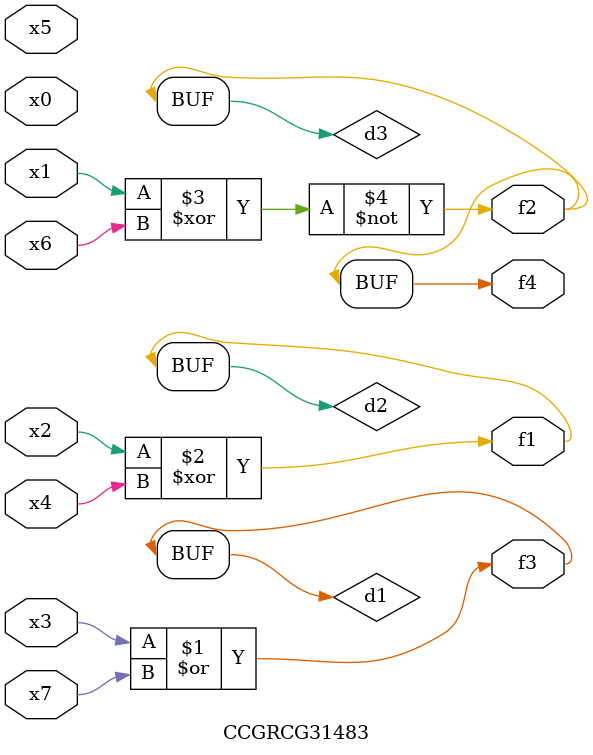
<source format=v>
module CCGRCG31483(
	input x0, x1, x2, x3, x4, x5, x6, x7,
	output f1, f2, f3, f4
);

	wire d1, d2, d3;

	or (d1, x3, x7);
	xor (d2, x2, x4);
	xnor (d3, x1, x6);
	assign f1 = d2;
	assign f2 = d3;
	assign f3 = d1;
	assign f4 = d3;
endmodule

</source>
